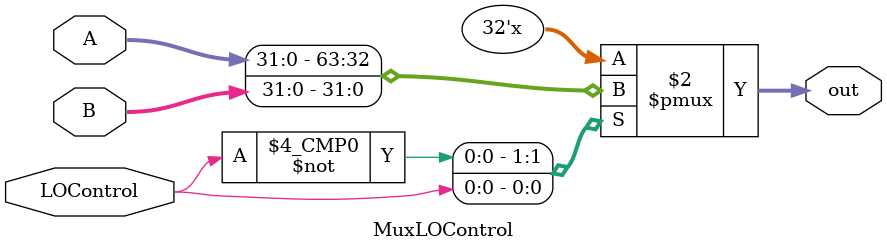
<source format=sv>
module MuxLOControl(A, B, out, LOControl);
	
	input logic [31:0] A, B;
	input logic LOControl;
	output logic [31:0] out;
  
    always @(LOControl)begin
      case(LOControl)
            0: out = A;
            1: out = B;
        endcase
    end
endmodule
</source>
